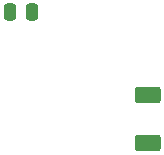
<source format=gbr>
%TF.GenerationSoftware,KiCad,Pcbnew,(6.0.0-0)*%
%TF.CreationDate,2022-04-04T00:05:55-05:00*%
%TF.ProjectId,SmartNeonPSU,536d6172-744e-4656-9f6e-5053552e6b69,rev?*%
%TF.SameCoordinates,Original*%
%TF.FileFunction,Paste,Bot*%
%TF.FilePolarity,Positive*%
%FSLAX46Y46*%
G04 Gerber Fmt 4.6, Leading zero omitted, Abs format (unit mm)*
G04 Created by KiCad (PCBNEW (6.0.0-0)) date 2022-04-04 00:05:55*
%MOMM*%
%LPD*%
G01*
G04 APERTURE LIST*
G04 Aperture macros list*
%AMRoundRect*
0 Rectangle with rounded corners*
0 $1 Rounding radius*
0 $2 $3 $4 $5 $6 $7 $8 $9 X,Y pos of 4 corners*
0 Add a 4 corners polygon primitive as box body*
4,1,4,$2,$3,$4,$5,$6,$7,$8,$9,$2,$3,0*
0 Add four circle primitives for the rounded corners*
1,1,$1+$1,$2,$3*
1,1,$1+$1,$4,$5*
1,1,$1+$1,$6,$7*
1,1,$1+$1,$8,$9*
0 Add four rect primitives between the rounded corners*
20,1,$1+$1,$2,$3,$4,$5,0*
20,1,$1+$1,$4,$5,$6,$7,0*
20,1,$1+$1,$6,$7,$8,$9,0*
20,1,$1+$1,$8,$9,$2,$3,0*%
G04 Aperture macros list end*
%ADD10RoundRect,0.250000X0.250000X0.475000X-0.250000X0.475000X-0.250000X-0.475000X0.250000X-0.475000X0*%
%ADD11RoundRect,0.249999X0.850001X-0.450001X0.850001X0.450001X-0.850001X0.450001X-0.850001X-0.450001X0*%
G04 APERTURE END LIST*
D10*
%TO.C,C2*%
X143950000Y-84950000D03*
X142050000Y-84950000D03*
%TD*%
D11*
%TO.C,C21*%
X153722317Y-96050000D03*
X153722317Y-91950000D03*
%TD*%
M02*

</source>
